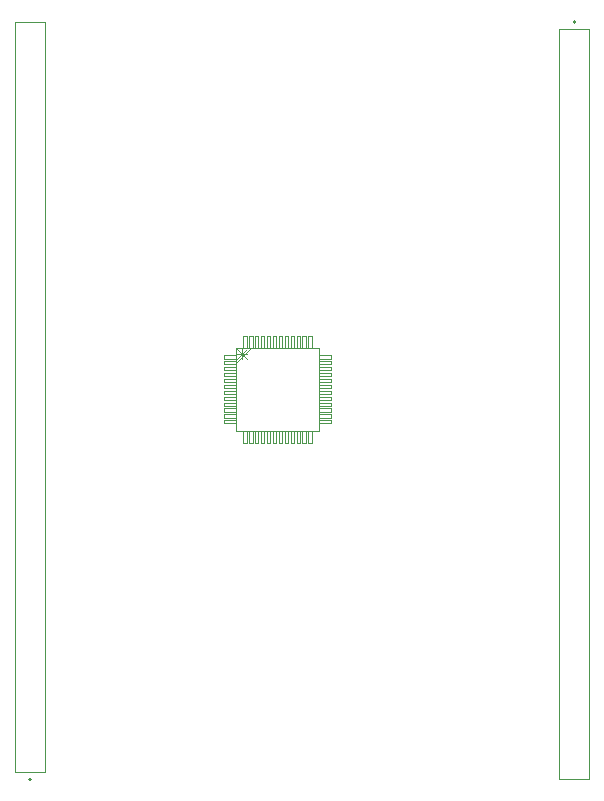
<source format=gbr>
G04*
G04 #@! TF.GenerationSoftware,Altium Limited,Altium Designer,25.4.2 (15)*
G04*
G04 Layer_Color=16711935*
%FSLAX44Y44*%
%MOMM*%
G71*
G04*
G04 #@! TF.SameCoordinates,7CC7F18F-E7B3-4B97-A1FD-F02243D0E875*
G04*
G04*
G04 #@! TF.FilePolarity,Positive*
G04*
G01*
G75*
%ADD10C,0.2000*%
%ADD13C,0.0762*%
%ADD22C,0.1000*%
%ADD23C,0.0254*%
D10*
X481060Y647850D02*
G03*
X481060Y647850I-1000J0D01*
G01*
X20050Y6200D02*
G03*
X20050Y6200I-1000J0D01*
G01*
D13*
X194235Y370780D02*
X202699Y362316D01*
X194235D02*
X202699Y370780D01*
X194235Y366548D02*
X202699D01*
X198467Y362316D02*
Y370780D01*
D22*
X467360Y6350D02*
X492760D01*
Y641350D01*
X467360D02*
X492760D01*
X467360Y6350D02*
Y641350D01*
Y6350D02*
X492760D01*
Y641350D01*
X467360D02*
X492760D01*
X6350Y647700D02*
X31750D01*
X6350Y12700D02*
Y647700D01*
Y12700D02*
X31750D01*
Y647700D01*
X6350D02*
X31750D01*
X6350Y12700D02*
Y647700D01*
Y12700D02*
X31750D01*
D23*
X254750Y371550D02*
X257450D01*
Y381550D01*
X254750D02*
X257450D01*
X254750Y371550D02*
Y381550D01*
X249750Y371550D02*
X252450D01*
Y381550D01*
X249750D02*
X252450D01*
X249750Y371550D02*
Y381550D01*
X244750Y371550D02*
X247450D01*
Y381550D01*
X244750D02*
X247450D01*
X244750Y371550D02*
Y381550D01*
X239750Y371550D02*
X242450D01*
Y381550D01*
X239750D02*
X242450D01*
X239750Y371550D02*
Y381550D01*
X234750Y371550D02*
X237450D01*
Y381550D01*
X234750D02*
X237450D01*
X234750Y371550D02*
Y381550D01*
X229750Y371550D02*
X232450D01*
Y381550D01*
X229750D02*
X232450D01*
X229750Y371550D02*
Y381550D01*
X224750Y371550D02*
X227450D01*
Y381550D01*
X224750D02*
X227450D01*
X224750Y371550D02*
Y381550D01*
X219750Y371550D02*
X222450D01*
Y381550D01*
X219750D02*
X222450D01*
X219750Y371550D02*
Y381550D01*
X214750Y371550D02*
X217450D01*
Y381550D01*
X214750D02*
X217450D01*
X214750Y371550D02*
Y381550D01*
X209750Y371550D02*
X212450D01*
Y381550D01*
X209750D02*
X212450D01*
X209750Y371550D02*
Y381550D01*
X204750Y371550D02*
X207450D01*
Y381550D01*
X204750D02*
X207450D01*
X204750Y371550D02*
Y381550D01*
X199750Y371550D02*
X202450D01*
Y381550D01*
X199750D02*
X202450D01*
X199750Y371550D02*
Y381550D01*
X193600Y362700D02*
Y365400D01*
X183600D02*
X193600D01*
X183600Y362700D02*
Y365400D01*
Y362700D02*
X193600D01*
Y357700D02*
Y360400D01*
X183600D02*
X193600D01*
X183600Y357700D02*
Y360400D01*
Y357700D02*
X193600D01*
Y352700D02*
Y355400D01*
X183600D02*
X193600D01*
X183600Y352700D02*
Y355400D01*
Y352700D02*
X193600D01*
Y347700D02*
Y350400D01*
X183600D02*
X193600D01*
X183600Y347700D02*
Y350400D01*
Y347700D02*
X193600D01*
Y342700D02*
Y345400D01*
X183600D02*
X193600D01*
X183600Y342700D02*
Y345400D01*
Y342700D02*
X193600D01*
Y337700D02*
Y340400D01*
X183600D02*
X193600D01*
X183600Y337700D02*
Y340400D01*
Y337700D02*
X193600D01*
Y332700D02*
Y335400D01*
X183600D02*
X193600D01*
X183600Y332700D02*
Y335400D01*
Y332700D02*
X193600D01*
Y327700D02*
Y330400D01*
X183600D02*
X193600D01*
X183600Y327700D02*
Y330400D01*
Y327700D02*
X193600D01*
Y322700D02*
Y325400D01*
X183600D02*
X193600D01*
X183600Y322700D02*
Y325400D01*
Y322700D02*
X193600D01*
Y317700D02*
Y320400D01*
X183600D02*
X193600D01*
X183600Y317700D02*
Y320400D01*
Y317700D02*
X193600D01*
Y312700D02*
Y315400D01*
X183600D02*
X193600D01*
X183600Y312700D02*
Y315400D01*
Y312700D02*
X193600D01*
Y307700D02*
Y310400D01*
X183600D02*
X193600D01*
X183600Y307700D02*
Y310400D01*
Y307700D02*
X193600D01*
X199750Y301550D02*
X202450D01*
X199750Y291550D02*
Y301550D01*
Y291550D02*
X202450D01*
Y301550D01*
X204750D02*
X207450D01*
X204750Y291550D02*
Y301550D01*
Y291550D02*
X207450D01*
Y301550D01*
X209750D02*
X212450D01*
X209750Y291550D02*
Y301550D01*
Y291550D02*
X212450D01*
Y301550D01*
X214750D02*
X217450D01*
X214750Y291550D02*
Y301550D01*
Y291550D02*
X217450D01*
Y301550D01*
X219750D02*
X222450D01*
X219750Y291550D02*
Y301550D01*
Y291550D02*
X222450D01*
Y301550D01*
X224750D02*
X227450D01*
X224750Y291550D02*
Y301550D01*
Y291550D02*
X227450D01*
Y301550D01*
X229750D02*
X232450D01*
X229750Y291550D02*
Y301550D01*
Y291550D02*
X232450D01*
Y301550D01*
X234750D02*
X237450D01*
X234750Y291550D02*
Y301550D01*
Y291550D02*
X237450D01*
Y301550D01*
X239750D02*
X242450D01*
X239750Y291550D02*
Y301550D01*
Y291550D02*
X242450D01*
Y301550D01*
X244750D02*
X247450D01*
X244750Y291550D02*
Y301550D01*
Y291550D02*
X247450D01*
Y301550D01*
X249750D02*
X252450D01*
X249750Y291550D02*
Y301550D01*
Y291550D02*
X252450D01*
Y301550D01*
X254750D02*
X257450D01*
X254750Y291550D02*
Y301550D01*
Y291550D02*
X257450D01*
Y301550D01*
X263600Y307700D02*
Y310400D01*
Y307700D02*
X273600D01*
Y310400D01*
X263600D02*
X273600D01*
X263600Y312700D02*
Y315400D01*
Y312700D02*
X273600D01*
Y315400D01*
X263600D02*
X273600D01*
X263600Y317700D02*
Y320400D01*
Y317700D02*
X273600D01*
Y320400D01*
X263600D02*
X273600D01*
X263600Y322700D02*
Y325400D01*
Y322700D02*
X273600D01*
Y325400D01*
X263600D02*
X273600D01*
X263600Y327700D02*
Y330400D01*
Y327700D02*
X273600D01*
Y330400D01*
X263600D02*
X273600D01*
X263600Y332700D02*
Y335400D01*
Y332700D02*
X273600D01*
Y335400D01*
X263600D02*
X273600D01*
X263600Y337700D02*
Y340400D01*
Y337700D02*
X273600D01*
Y340400D01*
X263600D02*
X273600D01*
X263600Y342700D02*
Y345400D01*
Y342700D02*
X273600D01*
Y345400D01*
X263600D02*
X273600D01*
X263600Y347700D02*
Y350400D01*
Y347700D02*
X273600D01*
Y350400D01*
X263600D02*
X273600D01*
X263600Y352700D02*
Y355400D01*
Y352700D02*
X273600D01*
Y355400D01*
X263600D02*
X273600D01*
X263600Y357700D02*
Y360400D01*
Y357700D02*
X273600D01*
Y360400D01*
X263600D02*
X273600D01*
X263600Y362700D02*
Y365400D01*
Y362700D02*
X273600D01*
Y365400D01*
X263600D02*
X273600D01*
X193600Y358850D02*
X206300Y371550D01*
X193600Y301550D02*
X263600D01*
Y371550D01*
X193600D02*
X263600D01*
X193600Y301550D02*
Y371550D01*
M02*

</source>
